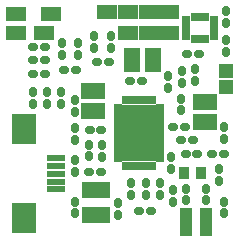
<source format=gbs>
G04 Layer_Color=16711935*
%FSAX44Y44*%
%MOMM*%
G71*
G01*
G75*
%ADD36R,1.7032X1.1532*%
%ADD38C,0.7032*%
%ADD39R,1.0532X2.4032*%
%ADD40R,1.1532X1.1532*%
G04:AMPARAMS|DCode=41|XSize=0.7032mm|YSize=0.8032mm|CornerRadius=0.1641mm|HoleSize=0mm|Usage=FLASHONLY|Rotation=180.000|XOffset=0mm|YOffset=0mm|HoleType=Round|Shape=RoundedRectangle|*
%AMROUNDEDRECTD41*
21,1,0.7032,0.4750,0,0,180.0*
21,1,0.3750,0.8032,0,0,180.0*
1,1,0.3282,-0.1875,0.2375*
1,1,0.3282,0.1875,0.2375*
1,1,0.3282,0.1875,-0.2375*
1,1,0.3282,-0.1875,-0.2375*
%
%ADD41ROUNDEDRECTD41*%
G04:AMPARAMS|DCode=42|XSize=0.7032mm|YSize=0.8032mm|CornerRadius=0.1641mm|HoleSize=0mm|Usage=FLASHONLY|Rotation=90.000|XOffset=0mm|YOffset=0mm|HoleType=Round|Shape=RoundedRectangle|*
%AMROUNDEDRECTD42*
21,1,0.7032,0.4750,0,0,90.0*
21,1,0.3750,0.8032,0,0,90.0*
1,1,0.3282,0.2375,0.1875*
1,1,0.3282,0.2375,-0.1875*
1,1,0.3282,-0.2375,-0.1875*
1,1,0.3282,-0.2375,0.1875*
%
%ADD42ROUNDEDRECTD42*%
%ADD43R,0.7532X0.5032*%
%ADD44R,0.5032X0.7532*%
%ADD45R,2.8532X4.8532*%
%ADD46R,0.8032X0.6032*%
%ADD47R,0.6032X0.8032*%
%ADD48R,2.0232X1.3932*%
%ADD49R,2.4232X1.4232*%
%ADD50R,1.3932X2.0232*%
%ADD51R,0.9032X1.1032*%
%ADD52R,1.6032X0.6032*%
%ADD53R,2.1032X2.5032*%
D36*
X00979250Y00910750D02*
D03*
X00961750D02*
D03*
X00996750D02*
D03*
X01014250D02*
D03*
X00979500Y00893250D02*
D03*
X00996750D02*
D03*
X01014250D02*
D03*
X00884250Y00893500D02*
D03*
X00908000D02*
D03*
X00914000Y00909500D02*
D03*
X00884750D02*
D03*
D38*
X00983000Y00792000D02*
D03*
X00994000D02*
D03*
X00983000Y00803000D02*
D03*
X00994000D02*
D03*
X00983000Y00814000D02*
D03*
X00994000D02*
D03*
X00983000Y00825000D02*
D03*
X00994000D02*
D03*
D39*
X01028750Y00733250D02*
D03*
X01045500D02*
D03*
D40*
X01062000Y00860750D02*
D03*
Y00847600D02*
D03*
D41*
X01016000Y00778500D02*
D03*
Y00788500D02*
D03*
X01045250Y00751500D02*
D03*
Y00761500D02*
D03*
X00934250Y00776000D02*
D03*
Y00786000D02*
D03*
X01056500Y00768250D02*
D03*
Y00778250D02*
D03*
X00923500Y00875000D02*
D03*
Y00885000D02*
D03*
X00950749Y00890750D02*
D03*
Y00880750D02*
D03*
X00964749Y00890750D02*
D03*
Y00880750D02*
D03*
X00910500Y00843500D02*
D03*
Y00833500D02*
D03*
X00898500Y00833500D02*
D03*
Y00843500D02*
D03*
X00957195Y00788695D02*
D03*
Y00798695D02*
D03*
X01025000Y00851250D02*
D03*
Y00861250D02*
D03*
X00994250Y00766250D02*
D03*
Y00756250D02*
D03*
X01036250Y00862500D02*
D03*
Y00852500D02*
D03*
X01060750Y00750500D02*
D03*
Y00740500D02*
D03*
X01028750Y00761500D02*
D03*
Y00751500D02*
D03*
X00970500Y00749000D02*
D03*
Y00739000D02*
D03*
X00934250Y00740500D02*
D03*
Y00750500D02*
D03*
X01062500Y00877000D02*
D03*
Y00887000D02*
D03*
X01062500Y00912000D02*
D03*
Y00902000D02*
D03*
X00934250Y00802500D02*
D03*
Y00812500D02*
D03*
X01061000Y00813500D02*
D03*
Y00803500D02*
D03*
X01024500Y00837750D02*
D03*
Y00827750D02*
D03*
X00981500Y00756500D02*
D03*
Y00766500D02*
D03*
X01017500Y00760500D02*
D03*
Y00750500D02*
D03*
X00937000Y00885000D02*
D03*
Y00875000D02*
D03*
X00922500Y00843500D02*
D03*
Y00833500D02*
D03*
X00934250Y00836500D02*
D03*
Y00826500D02*
D03*
X00946000Y00798750D02*
D03*
Y00788750D02*
D03*
X01013500Y00857000D02*
D03*
Y00847000D02*
D03*
X01006000Y00756500D02*
D03*
Y00766500D02*
D03*
D42*
X00998500Y00742500D02*
D03*
X00988500D02*
D03*
X01038000Y00791000D02*
D03*
X01028000D02*
D03*
X00946750Y00811000D02*
D03*
X00956750D02*
D03*
X01050750Y00791000D02*
D03*
X01060750D02*
D03*
X00899000Y00870250D02*
D03*
X00909000D02*
D03*
X00956250Y00775500D02*
D03*
X00946250D02*
D03*
X01039250Y00875250D02*
D03*
X01029250D02*
D03*
X00909250Y00881750D02*
D03*
X00899250D02*
D03*
X01024250Y00802750D02*
D03*
X01034250D02*
D03*
X01027500Y00814000D02*
D03*
X01017500D02*
D03*
X00899000Y00859000D02*
D03*
X00909000D02*
D03*
X00925500Y00862250D02*
D03*
X00935500D02*
D03*
X00980750Y00852750D02*
D03*
X00990750D02*
D03*
X00953000Y00869000D02*
D03*
X00963000D02*
D03*
D43*
X00970750Y00786500D02*
D03*
Y00790500D02*
D03*
Y00794500D02*
D03*
Y00798500D02*
D03*
Y00802500D02*
D03*
Y00806500D02*
D03*
Y00810500D02*
D03*
Y00814500D02*
D03*
Y00818500D02*
D03*
Y00822500D02*
D03*
Y00826500D02*
D03*
Y00830500D02*
D03*
X01006250D02*
D03*
Y00826500D02*
D03*
Y00822500D02*
D03*
Y00818500D02*
D03*
Y00814500D02*
D03*
Y00810500D02*
D03*
Y00806500D02*
D03*
Y00802500D02*
D03*
Y00798500D02*
D03*
Y00794500D02*
D03*
Y00790500D02*
D03*
Y00786500D02*
D03*
D44*
X00976500Y00836250D02*
D03*
X00980500D02*
D03*
X00984500D02*
D03*
X00988500D02*
D03*
X00992500D02*
D03*
X00996500D02*
D03*
X01000500D02*
D03*
Y00780750D02*
D03*
X00996500D02*
D03*
X00992500D02*
D03*
X00988500D02*
D03*
X00984500D02*
D03*
X00980500D02*
D03*
X00976500D02*
D03*
D45*
X00988500Y00808500D02*
D03*
D46*
X01028750Y00890000D02*
D03*
Y00895000D02*
D03*
Y00900000D02*
D03*
Y00905000D02*
D03*
X01051750D02*
D03*
Y00900000D02*
D03*
Y00895000D02*
D03*
Y00890000D02*
D03*
D47*
X01035250Y00906500D02*
D03*
X01040250D02*
D03*
X01045250D02*
D03*
Y00888500D02*
D03*
X01040250D02*
D03*
X01035250D02*
D03*
D48*
X01044750Y00835100D02*
D03*
Y00818000D02*
D03*
X00950000Y00844550D02*
D03*
Y00827450D02*
D03*
D49*
X00952000Y00739450D02*
D03*
Y00760750D02*
D03*
D50*
X01000050Y00870500D02*
D03*
X00982950D02*
D03*
D51*
X01041500Y00775000D02*
D03*
X01026500D02*
D03*
D52*
X00918682Y00787296D02*
D03*
Y00780692D02*
D03*
Y00774088D02*
D03*
Y00767484D02*
D03*
Y00760880D02*
D03*
D53*
X00891250Y00736750D02*
D03*
Y00811680D02*
D03*
M02*

</source>
